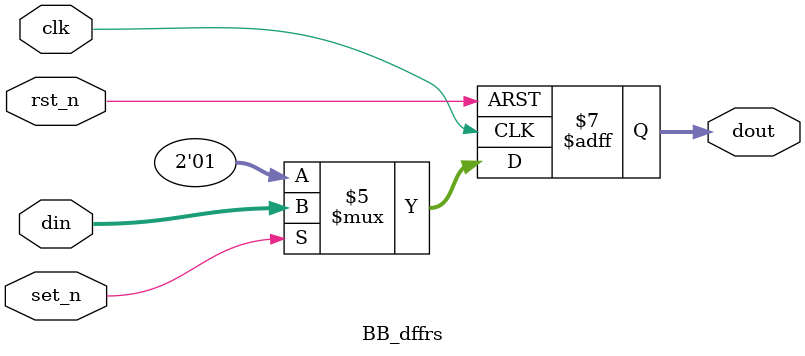
<source format=v>
module BB_dffrs #(
    parameter DW = 2,
    parameter RST_VAL = 0,
    parameter SET_VAL = 1
) (
    input  wire          clk,
    input  wire          rst_n,
    input  wire          set_n,
    input  wire [DW-1:0] din,
    output reg  [DW-1:0] dout
);

  always @(posedge clk or negedge rst_n) begin
    if (~rst_n) begin
      dout <= RST_VAL;
    end else if (~set_n) begin
      dout <= SET_VAL;
    end else begin
      dout <= din;
    end
  end

endmodule
</source>
